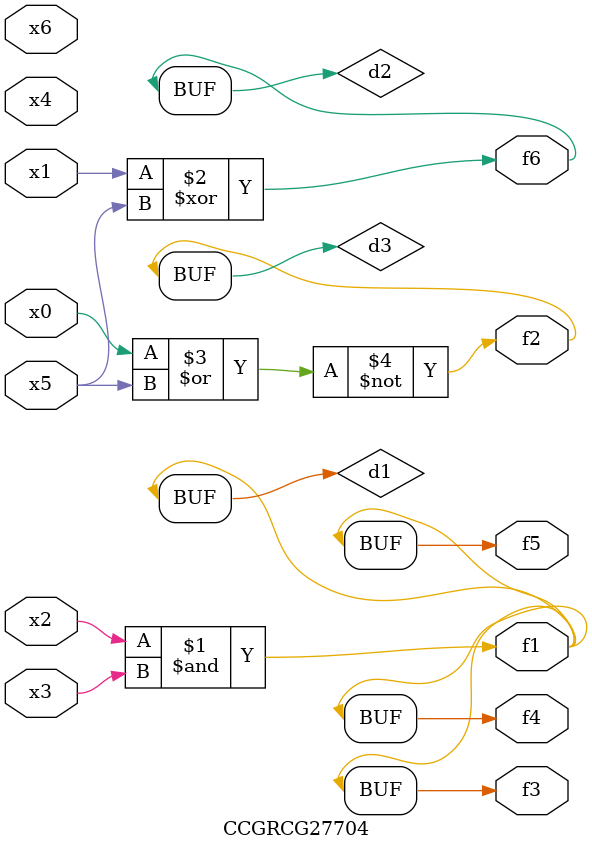
<source format=v>
module CCGRCG27704(
	input x0, x1, x2, x3, x4, x5, x6,
	output f1, f2, f3, f4, f5, f6
);

	wire d1, d2, d3;

	and (d1, x2, x3);
	xor (d2, x1, x5);
	nor (d3, x0, x5);
	assign f1 = d1;
	assign f2 = d3;
	assign f3 = d1;
	assign f4 = d1;
	assign f5 = d1;
	assign f6 = d2;
endmodule

</source>
